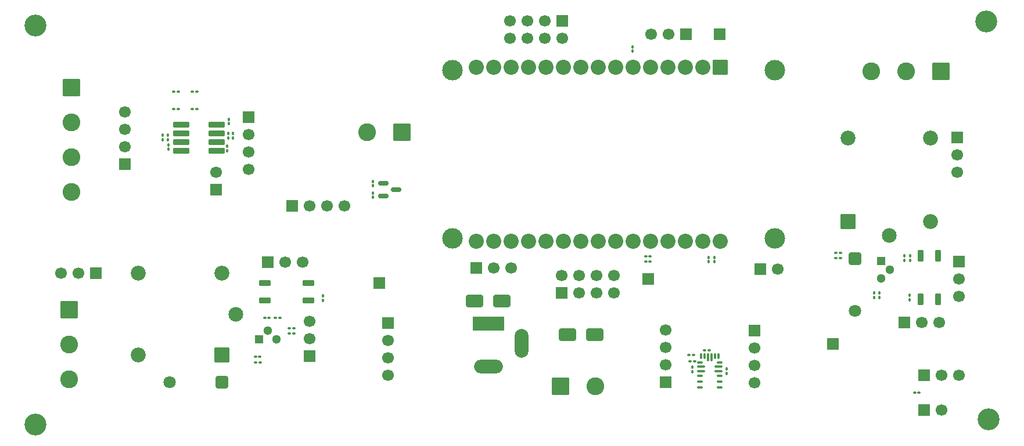
<source format=gts>
%TF.GenerationSoftware,KiCad,Pcbnew,9.0.7-9.0.7~ubuntu24.04.1*%
%TF.CreationDate,2026-02-17T11:42:20-05:00*%
%TF.ProjectId,plantPartner_PCB1.0,706c616e-7450-4617-9274-6e65725f5043,rev?*%
%TF.SameCoordinates,Original*%
%TF.FileFunction,Soldermask,Top*%
%TF.FilePolarity,Negative*%
%FSLAX46Y46*%
G04 Gerber Fmt 4.6, Leading zero omitted, Abs format (unit mm)*
G04 Created by KiCad (PCBNEW 9.0.7-9.0.7~ubuntu24.04.1) date 2026-02-17 11:42:20*
%MOMM*%
%LPD*%
G01*
G04 APERTURE LIST*
G04 Aperture macros list*
%AMRoundRect*
0 Rectangle with rounded corners*
0 $1 Rounding radius*
0 $2 $3 $4 $5 $6 $7 $8 $9 X,Y pos of 4 corners*
0 Add a 4 corners polygon primitive as box body*
4,1,4,$2,$3,$4,$5,$6,$7,$8,$9,$2,$3,0*
0 Add four circle primitives for the rounded corners*
1,1,$1+$1,$2,$3*
1,1,$1+$1,$4,$5*
1,1,$1+$1,$6,$7*
1,1,$1+$1,$8,$9*
0 Add four rect primitives between the rounded corners*
20,1,$1+$1,$2,$3,$4,$5,0*
20,1,$1+$1,$4,$5,$6,$7,0*
20,1,$1+$1,$6,$7,$8,$9,0*
20,1,$1+$1,$8,$9,$2,$3,0*%
G04 Aperture macros list end*
%ADD10C,3.200000*%
%ADD11RoundRect,0.100000X0.100000X-0.130000X0.100000X0.130000X-0.100000X0.130000X-0.100000X-0.130000X0*%
%ADD12R,1.700000X1.700000*%
%ADD13C,1.700000*%
%ADD14RoundRect,0.100000X-0.100000X0.130000X-0.100000X-0.130000X0.100000X-0.130000X0.100000X0.130000X0*%
%ADD15RoundRect,0.100000X-0.130000X-0.100000X0.130000X-0.100000X0.130000X0.100000X-0.130000X0.100000X0*%
%ADD16RoundRect,0.250000X1.050000X1.050000X-1.050000X1.050000X-1.050000X-1.050000X1.050000X-1.050000X0*%
%ADD17C,2.600000*%
%ADD18RoundRect,0.250000X-1.050000X1.050000X-1.050000X-1.050000X1.050000X-1.050000X1.050000X1.050000X0*%
%ADD19RoundRect,0.250000X-1.000000X-0.650000X1.000000X-0.650000X1.000000X0.650000X-1.000000X0.650000X0*%
%ADD20RoundRect,0.250000X0.650000X0.650000X-0.650000X0.650000X-0.650000X-0.650000X0.650000X-0.650000X0*%
%ADD21C,1.800000*%
%ADD22RoundRect,0.102000X1.104900X-0.304800X1.104900X0.304800X-1.104900X0.304800X-1.104900X-0.304800X0*%
%ADD23RoundRect,0.100000X0.130000X0.100000X-0.130000X0.100000X-0.130000X-0.100000X0.130000X-0.100000X0*%
%ADD24RoundRect,0.102000X0.990000X-0.990000X0.990000X0.990000X-0.990000X0.990000X-0.990000X-0.990000X0*%
%ADD25C,2.184000*%
%ADD26C,2.139000*%
%ADD27RoundRect,0.102000X0.300000X-0.750000X0.300000X0.750000X-0.300000X0.750000X-0.300000X-0.750000X0*%
%ADD28RoundRect,0.150000X-0.587500X-0.150000X0.587500X-0.150000X0.587500X0.150000X-0.587500X0.150000X0*%
%ADD29RoundRect,0.050800X-0.350000X-0.125000X0.350000X-0.125000X0.350000X0.125000X-0.350000X0.125000X0*%
%ADD30RoundRect,0.050800X-0.550000X-0.125000X0.550000X-0.125000X0.550000X0.125000X-0.550000X0.125000X0*%
%ADD31RoundRect,0.050800X0.125000X-0.350000X0.125000X0.350000X-0.125000X0.350000X-0.125000X-0.350000X0*%
%ADD32RoundRect,0.050800X0.125000X-0.550000X0.125000X0.550000X-0.125000X0.550000X-0.125000X-0.550000X0*%
%ADD33RoundRect,0.250000X-1.050000X-1.050000X1.050000X-1.050000X1.050000X1.050000X-1.050000X1.050000X0*%
%ADD34C,3.000000*%
%ADD35RoundRect,0.102000X-1.000000X1.000000X-1.000000X-1.000000X1.000000X-1.000000X1.000000X1.000000X0*%
%ADD36C,2.204000*%
%ADD37RoundRect,0.250000X-0.650000X0.650000X-0.650000X-0.650000X0.650000X-0.650000X0.650000X0.650000X0*%
%ADD38RoundRect,0.102000X0.990000X0.990000X-0.990000X0.990000X-0.990000X-0.990000X0.990000X-0.990000X0*%
%ADD39R,1.300000X1.300000*%
%ADD40C,1.300000*%
%ADD41R,4.600000X2.000000*%
%ADD42O,4.200000X2.000000*%
%ADD43O,2.000000X4.200000*%
%ADD44RoundRect,0.102000X0.750000X0.300000X-0.750000X0.300000X-0.750000X-0.300000X0.750000X-0.300000X0*%
G04 APERTURE END LIST*
D10*
%TO.C,BottomLeft*%
X68350000Y-115000000D03*
%TD*%
D11*
%TO.C,C1*%
X169090000Y-107560000D03*
X169090000Y-106920000D03*
%TD*%
%TO.C,R19*%
X195800000Y-91020000D03*
X195800000Y-90380000D03*
%TD*%
D12*
%TO.C,J20*%
X144995000Y-95800000D03*
D13*
X144995000Y-93260000D03*
X147535000Y-95800000D03*
X147535000Y-93260000D03*
X150075000Y-95800000D03*
X150075000Y-93260000D03*
X152615000Y-95800000D03*
X152615000Y-93260000D03*
%TD*%
D14*
%TO.C,D11*%
X166400000Y-90600000D03*
X166400000Y-91240000D03*
%TD*%
D15*
%TO.C,D3*%
X100405000Y-106000000D03*
X101045000Y-106000000D03*
%TD*%
D14*
%TO.C,R13*%
X110250000Y-96235000D03*
X110250000Y-96875000D03*
%TD*%
D15*
%TO.C,R22*%
X157265000Y-90500000D03*
X157905000Y-90500000D03*
%TD*%
D14*
%TO.C,R27*%
X117487500Y-81230000D03*
X117487500Y-81870000D03*
%TD*%
D16*
%TO.C,J30*%
X121745000Y-72327500D03*
D17*
X116665000Y-72327500D03*
%TD*%
D12*
%TO.C,J1*%
X160200000Y-108810000D03*
D13*
X160200000Y-106270000D03*
X160200000Y-103730000D03*
X160200000Y-101190000D03*
%TD*%
D14*
%TO.C,D5*%
X190610000Y-95830000D03*
X190610000Y-96470000D03*
%TD*%
D11*
%TO.C,R5*%
X97088800Y-73180000D03*
X97088800Y-72540000D03*
%TD*%
D10*
%TO.C,TopLeft*%
X68300000Y-56750000D03*
%TD*%
%TO.C,TopRight*%
X206900000Y-56150000D03*
%TD*%
D18*
%TO.C,J4*%
X73550000Y-65800000D03*
D17*
X73550000Y-70880000D03*
X73550000Y-75960000D03*
X73550000Y-81040000D03*
%TD*%
D11*
%TO.C,R6*%
X96388800Y-73185000D03*
X96388800Y-72545000D03*
%TD*%
D12*
%TO.C,J16*%
X173100000Y-101330000D03*
D13*
X173100000Y-103870000D03*
X173100000Y-106410000D03*
X173100000Y-108950000D03*
%TD*%
D14*
%TO.C,R25*%
X117500000Y-79530000D03*
X117500000Y-80170000D03*
%TD*%
D19*
%TO.C,D8*%
X132290000Y-96972500D03*
X136290000Y-96972500D03*
%TD*%
D12*
%TO.C,J11*%
X94655000Y-80725000D03*
D13*
X94655000Y-78185000D03*
%TD*%
D11*
%TO.C,R11*%
X87638800Y-73435000D03*
X87638800Y-72795000D03*
%TD*%
D19*
%TO.C,D9*%
X145855000Y-101922500D03*
X149855000Y-101922500D03*
%TD*%
D12*
%TO.C,J8*%
X145145000Y-56100000D03*
D13*
X145145000Y-58640000D03*
X142605000Y-56100000D03*
X142605000Y-58640000D03*
X140065000Y-56100000D03*
X140065000Y-58640000D03*
X137525000Y-56100000D03*
X137525000Y-58640000D03*
%TD*%
D12*
%TO.C,J27*%
X118405000Y-94400000D03*
%TD*%
%TO.C,J22*%
X119726250Y-100230000D03*
D13*
X119726250Y-102770000D03*
X119726250Y-105310000D03*
X119726250Y-107850000D03*
%TD*%
D20*
%TO.C,D4*%
X95515000Y-108800000D03*
D21*
X87895000Y-108800000D03*
%TD*%
D12*
%TO.C,J29*%
X173960000Y-92300000D03*
D13*
X176500000Y-92300000D03*
%TD*%
D22*
%TO.C,U2*%
X94755000Y-75020000D03*
X94755000Y-73750000D03*
X94755000Y-72480000D03*
X94755000Y-71210000D03*
X89522600Y-71210000D03*
X89522600Y-72480000D03*
X89522600Y-73750000D03*
X89522600Y-75020000D03*
%TD*%
D12*
%TO.C,J3*%
X81355000Y-76970000D03*
D13*
X81355000Y-74430000D03*
X81355000Y-71890000D03*
X81355000Y-69350000D03*
%TD*%
D15*
%TO.C,D1*%
X91190000Y-68950000D03*
X91830000Y-68950000D03*
%TD*%
D12*
%TO.C,J26*%
X184550000Y-103210000D03*
%TD*%
D23*
%TO.C,R24*%
X197120000Y-110400000D03*
X196480000Y-110400000D03*
%TD*%
D15*
%TO.C,R15*%
X101730000Y-99400000D03*
X102370000Y-99400000D03*
%TD*%
D24*
%TO.C,K2*%
X186750000Y-85410000D03*
D25*
X198750000Y-85410000D03*
D26*
X192750000Y-87410000D03*
D25*
X186750000Y-73210000D03*
X198750000Y-73210000D03*
%TD*%
D14*
%TO.C,R7*%
X96488800Y-70450000D03*
X96488800Y-71090000D03*
%TD*%
D12*
%TO.C,J2*%
X99388800Y-70115000D03*
D13*
X99388800Y-72655000D03*
X99388800Y-75195000D03*
X99388800Y-77735000D03*
%TD*%
D11*
%TO.C,R23*%
X155370000Y-60525000D03*
X155370000Y-59885000D03*
%TD*%
D23*
%TO.C,D2*%
X105980000Y-101700000D03*
X105340000Y-101700000D03*
%TD*%
D12*
%TO.C,J5*%
X197825000Y-112900000D03*
D13*
X200365000Y-112900000D03*
%TD*%
D23*
%TO.C,D6*%
X185660000Y-90694999D03*
X185020000Y-90694999D03*
%TD*%
D14*
%TO.C,R9*%
X87688800Y-74195000D03*
X87688800Y-74835000D03*
%TD*%
D12*
%TO.C,J24*%
X163140000Y-58000000D03*
D13*
X160600000Y-58000000D03*
X158060000Y-58000000D03*
%TD*%
D27*
%TO.C,U4*%
X197310000Y-96759999D03*
X199850000Y-96759999D03*
X199850000Y-90409999D03*
X197310000Y-90409999D03*
%TD*%
D12*
%TO.C,J9*%
X202950000Y-91210000D03*
D13*
X202950000Y-93750000D03*
X202950000Y-96290000D03*
%TD*%
D11*
%TO.C,R10*%
X86888800Y-73435000D03*
X86888800Y-72795000D03*
%TD*%
D10*
%TO.C,BottomRight*%
X207250000Y-114250000D03*
%TD*%
D23*
%TO.C,R3*%
X164210000Y-104900000D03*
X163570000Y-104900000D03*
%TD*%
D12*
%TO.C,J25*%
X132565000Y-92200000D03*
D13*
X135105000Y-92200000D03*
X137645000Y-92200000D03*
%TD*%
D14*
%TO.C,R18*%
X195750000Y-96135000D03*
X195750000Y-96775000D03*
%TD*%
D12*
%TO.C,J14*%
X108305000Y-105040000D03*
D13*
X108305000Y-102500000D03*
X108305000Y-99960000D03*
%TD*%
D12*
%TO.C,J12*%
X194950000Y-100110000D03*
D13*
X197490000Y-100110000D03*
X200030000Y-100110000D03*
%TD*%
D12*
%TO.C,J17*%
X197860000Y-107800000D03*
D13*
X200400000Y-107800000D03*
X202940000Y-107800000D03*
%TD*%
D12*
%TO.C,J21*%
X105695000Y-83100000D03*
D13*
X108235000Y-83100000D03*
X110775000Y-83100000D03*
X113315000Y-83100000D03*
%TD*%
D18*
%TO.C,J6*%
X73232500Y-98215000D03*
D17*
X73232500Y-103295000D03*
X73232500Y-108375000D03*
%TD*%
D28*
%TO.C,Q4*%
X119012500Y-79800000D03*
X119012500Y-81700000D03*
X120887500Y-80750000D03*
%TD*%
D23*
%TO.C,C4*%
X89140000Y-66450000D03*
X88500000Y-66450000D03*
%TD*%
D12*
%TO.C,J7*%
X102205000Y-91300000D03*
D13*
X104745000Y-91300000D03*
X107285000Y-91300000D03*
%TD*%
D14*
%TO.C,R4*%
X96288800Y-74395000D03*
X96288800Y-75035000D03*
%TD*%
D29*
%TO.C,IC1*%
X165150000Y-105920000D03*
D30*
X165350000Y-106570000D03*
X165350000Y-107220000D03*
D29*
X165150000Y-107870000D03*
X165150000Y-108720000D03*
X165150000Y-109570000D03*
X168050000Y-109570000D03*
X168050000Y-108720000D03*
X168050000Y-107870000D03*
D30*
X167850000Y-107220000D03*
X167850000Y-106570000D03*
D29*
X168050000Y-105920000D03*
D31*
X167850000Y-105020000D03*
X167350000Y-105020000D03*
D32*
X166850000Y-105220000D03*
X166350000Y-105220000D03*
D31*
X165850000Y-105020000D03*
X165350000Y-105020000D03*
%TD*%
D33*
%TO.C,J18*%
X144855000Y-109472500D03*
D17*
X149935000Y-109472500D03*
%TD*%
D12*
%TO.C,J28*%
X168050000Y-58050000D03*
%TD*%
D23*
%TO.C,R1*%
X166520000Y-104170000D03*
X165880000Y-104170000D03*
%TD*%
D34*
%TO.C,U3*%
X176080000Y-63320000D03*
X129130000Y-63320000D03*
X176080000Y-87830000D03*
X129130000Y-87830000D03*
D35*
X168120000Y-62900000D03*
D36*
X165580000Y-62900000D03*
X163040000Y-62900000D03*
X160500000Y-62900000D03*
X157960000Y-62900000D03*
X155420000Y-62900000D03*
X152880000Y-62900000D03*
X150340000Y-62900000D03*
X147800000Y-62900000D03*
X145260000Y-62900000D03*
X142720000Y-62900000D03*
X140180000Y-62900000D03*
X137640000Y-62900000D03*
X135100000Y-62900000D03*
X132560000Y-62900000D03*
X132560000Y-88300000D03*
X135100000Y-88300000D03*
X137640000Y-88300000D03*
X140180000Y-88300000D03*
X142720000Y-88300000D03*
X145260000Y-88300000D03*
X147800000Y-88300000D03*
X150340000Y-88300000D03*
X152880000Y-88300000D03*
X155420000Y-88300000D03*
X157960000Y-88300000D03*
X160500000Y-88300000D03*
X163040000Y-88300000D03*
X165580000Y-88300000D03*
X168120000Y-88300000D03*
%TD*%
D15*
%TO.C,R16*%
X100380000Y-105130000D03*
X101020000Y-105130000D03*
%TD*%
D37*
%TO.C,D7*%
X187750000Y-90784999D03*
D21*
X187750000Y-98404999D03*
%TD*%
D14*
%TO.C,R17*%
X191350000Y-95835000D03*
X191350000Y-96475000D03*
%TD*%
D38*
%TO.C,K1*%
X95505000Y-104900000D03*
D25*
X95505000Y-92900000D03*
D26*
X97505000Y-98900000D03*
D25*
X83305000Y-104900000D03*
X83305000Y-92900000D03*
%TD*%
D12*
%TO.C,J15*%
X77105000Y-92900000D03*
D13*
X74565000Y-92900000D03*
X72025000Y-92900000D03*
%TD*%
D23*
%TO.C,D10*%
X157900000Y-91200000D03*
X157260000Y-91200000D03*
%TD*%
D12*
%TO.C,J13*%
X202650000Y-73110000D03*
D13*
X202650000Y-75650000D03*
X202650000Y-78190000D03*
%TD*%
D39*
%TO.C,Q1*%
X100865000Y-102600000D03*
D40*
X102135000Y-101330000D03*
X103405000Y-102600000D03*
%TD*%
D14*
%TO.C,R20*%
X194960000Y-90380000D03*
X194960000Y-91020000D03*
%TD*%
%TO.C,R26*%
X167300000Y-90600000D03*
X167300000Y-91240000D03*
%TD*%
D12*
%TO.C,J23*%
X157605000Y-93800000D03*
%TD*%
D23*
%TO.C,R21*%
X185655000Y-89984999D03*
X185015000Y-89984999D03*
%TD*%
D16*
%TO.C,J10*%
X200300000Y-63450000D03*
D17*
X195220000Y-63450000D03*
X190140000Y-63450000D03*
%TD*%
D15*
%TO.C,R8*%
X91210000Y-66450000D03*
X91850000Y-66450000D03*
%TD*%
D23*
%TO.C,C3*%
X89140000Y-68950000D03*
X88500000Y-68950000D03*
%TD*%
D41*
%TO.C,J19*%
X134340000Y-100272500D03*
D42*
X134340000Y-106572500D03*
D43*
X139140000Y-103172500D03*
%TD*%
D15*
%TO.C,R2*%
X163725000Y-105820000D03*
X164365000Y-105820000D03*
%TD*%
D23*
%TO.C,R14*%
X103925000Y-99400000D03*
X103285000Y-99400000D03*
%TD*%
D44*
%TO.C,U1*%
X108108000Y-96870000D03*
X108108000Y-94330000D03*
X101758000Y-94330000D03*
X101758000Y-96870000D03*
%TD*%
D23*
%TO.C,R12*%
X105975000Y-101000000D03*
X105335000Y-101000000D03*
%TD*%
D39*
%TO.C,Q2*%
X191580000Y-91114999D03*
D40*
X192850000Y-92384999D03*
X191580000Y-93654999D03*
%TD*%
D14*
%TO.C,C2*%
X164090000Y-106670000D03*
X164090000Y-107310000D03*
%TD*%
M02*

</source>
